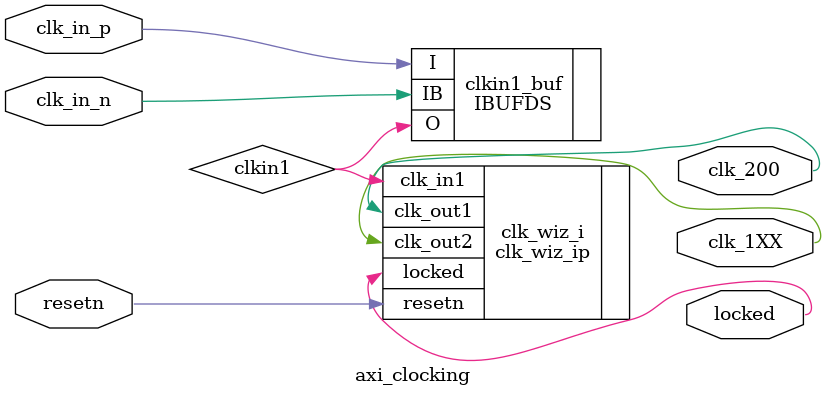
<source format=v>

`timescale 1ps / 1ps
(* dont_touch = "yes" *)
module axi_clocking
  (
   // Inputs
   input clk_in_p,
   input clk_in_n,
   input resetn,
   // Status outputs
   
   // IBUFDS 200MHz  
   output locked, 
   //output clk_100, 
   output clk_200, 
   output clk_1XX 
   
   );

  // Signal declarations
  wire s_axi_dcm_aclk0;
  wire clkfbout;

  // 200MHz differencial into single-rail     
  IBUFDS clkin1_buf
   (.O  (clkin1),
    .I  (clk_in_p),
    .IB (clk_in_n)
    );


clk_wiz_ip clk_wiz_i
       (
       // Clock in ports
        .clk_in1(clkin1),      // input clk_in1
        // Clock out ports
        .clk_out1(clk_200),     // output clk_out1
        .clk_out2(clk_1XX),     // output clk_out1
        // Status and control signals
        .resetn(resetn), // input resetn
        .locked(locked));

endmodule

</source>
